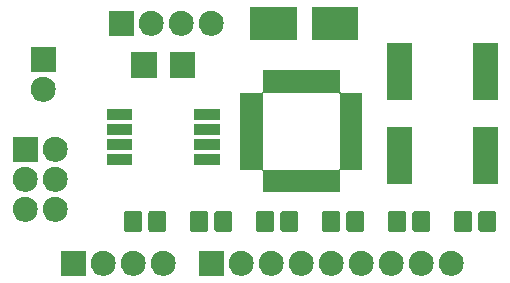
<source format=gts>
G04 #@! TF.GenerationSoftware,KiCad,Pcbnew,5.0.2-bee76a0~70~ubuntu18.04.1*
G04 #@! TF.CreationDate,2019-02-19T10:33:26+11:00*
G04 #@! TF.ProjectId,BACEE,42414345-452e-46b6-9963-61645f706362,2*
G04 #@! TF.SameCoordinates,Original*
G04 #@! TF.FileFunction,Soldermask,Top*
G04 #@! TF.FilePolarity,Negative*
%FSLAX46Y46*%
G04 Gerber Fmt 4.6, Leading zero omitted, Abs format (unit mm)*
G04 Created by KiCad (PCBNEW 5.0.2-bee76a0~70~ubuntu18.04.1) date Tue 19 Feb 2019 10:33:26 AM AEDT*
%MOMM*%
%LPD*%
G01*
G04 APERTURE LIST*
%ADD10C,0.100000*%
G04 APERTURE END LIST*
D10*
G36*
X108840707Y-112241596D02*
X108917836Y-112249193D01*
X109049787Y-112289220D01*
X109115763Y-112309233D01*
X109298172Y-112406733D01*
X109458054Y-112537946D01*
X109589267Y-112697828D01*
X109686767Y-112880237D01*
X109686767Y-112880238D01*
X109746807Y-113078164D01*
X109767080Y-113284000D01*
X109746807Y-113489836D01*
X109706780Y-113621787D01*
X109686767Y-113687763D01*
X109589267Y-113870172D01*
X109458054Y-114030054D01*
X109298172Y-114161267D01*
X109115763Y-114258767D01*
X109049787Y-114278780D01*
X108917836Y-114318807D01*
X108840707Y-114326403D01*
X108763580Y-114334000D01*
X108660420Y-114334000D01*
X108583293Y-114326403D01*
X108506164Y-114318807D01*
X108374213Y-114278780D01*
X108308237Y-114258767D01*
X108125828Y-114161267D01*
X107965946Y-114030054D01*
X107834733Y-113870172D01*
X107737233Y-113687763D01*
X107717220Y-113621787D01*
X107677193Y-113489836D01*
X107656920Y-113284000D01*
X107677193Y-113078164D01*
X107737233Y-112880238D01*
X107737233Y-112880237D01*
X107834733Y-112697828D01*
X107965946Y-112537946D01*
X108125828Y-112406733D01*
X108308237Y-112309233D01*
X108374213Y-112289220D01*
X108506164Y-112249193D01*
X108583293Y-112241596D01*
X108660420Y-112234000D01*
X108763580Y-112234000D01*
X108840707Y-112241596D01*
X108840707Y-112241596D01*
G37*
G36*
X130684707Y-112241596D02*
X130761836Y-112249193D01*
X130893787Y-112289220D01*
X130959763Y-112309233D01*
X131142172Y-112406733D01*
X131302054Y-112537946D01*
X131433267Y-112697828D01*
X131530767Y-112880237D01*
X131530767Y-112880238D01*
X131590807Y-113078164D01*
X131611080Y-113284000D01*
X131590807Y-113489836D01*
X131550780Y-113621787D01*
X131530767Y-113687763D01*
X131433267Y-113870172D01*
X131302054Y-114030054D01*
X131142172Y-114161267D01*
X130959763Y-114258767D01*
X130893787Y-114278780D01*
X130761836Y-114318807D01*
X130684707Y-114326403D01*
X130607580Y-114334000D01*
X130504420Y-114334000D01*
X130427293Y-114326403D01*
X130350164Y-114318807D01*
X130218213Y-114278780D01*
X130152237Y-114258767D01*
X129969828Y-114161267D01*
X129809946Y-114030054D01*
X129678733Y-113870172D01*
X129581233Y-113687763D01*
X129561220Y-113621787D01*
X129521193Y-113489836D01*
X129500920Y-113284000D01*
X129521193Y-113078164D01*
X129581233Y-112880238D01*
X129581233Y-112880237D01*
X129678733Y-112697828D01*
X129809946Y-112537946D01*
X129969828Y-112406733D01*
X130152237Y-112309233D01*
X130218213Y-112289220D01*
X130350164Y-112249193D01*
X130427293Y-112241596D01*
X130504420Y-112234000D01*
X130607580Y-112234000D01*
X130684707Y-112241596D01*
X130684707Y-112241596D01*
G37*
G36*
X133224707Y-112241596D02*
X133301836Y-112249193D01*
X133433787Y-112289220D01*
X133499763Y-112309233D01*
X133682172Y-112406733D01*
X133842054Y-112537946D01*
X133973267Y-112697828D01*
X134070767Y-112880237D01*
X134070767Y-112880238D01*
X134130807Y-113078164D01*
X134151080Y-113284000D01*
X134130807Y-113489836D01*
X134090780Y-113621787D01*
X134070767Y-113687763D01*
X133973267Y-113870172D01*
X133842054Y-114030054D01*
X133682172Y-114161267D01*
X133499763Y-114258767D01*
X133433787Y-114278780D01*
X133301836Y-114318807D01*
X133224707Y-114326403D01*
X133147580Y-114334000D01*
X133044420Y-114334000D01*
X132967293Y-114326403D01*
X132890164Y-114318807D01*
X132758213Y-114278780D01*
X132692237Y-114258767D01*
X132509828Y-114161267D01*
X132349946Y-114030054D01*
X132218733Y-113870172D01*
X132121233Y-113687763D01*
X132101220Y-113621787D01*
X132061193Y-113489836D01*
X132040920Y-113284000D01*
X132061193Y-113078164D01*
X132121233Y-112880238D01*
X132121233Y-112880237D01*
X132218733Y-112697828D01*
X132349946Y-112537946D01*
X132509828Y-112406733D01*
X132692237Y-112309233D01*
X132758213Y-112289220D01*
X132890164Y-112249193D01*
X132967293Y-112241596D01*
X133044420Y-112234000D01*
X133147580Y-112234000D01*
X133224707Y-112241596D01*
X133224707Y-112241596D01*
G37*
G36*
X128144707Y-112241596D02*
X128221836Y-112249193D01*
X128353787Y-112289220D01*
X128419763Y-112309233D01*
X128602172Y-112406733D01*
X128762054Y-112537946D01*
X128893267Y-112697828D01*
X128990767Y-112880237D01*
X128990767Y-112880238D01*
X129050807Y-113078164D01*
X129071080Y-113284000D01*
X129050807Y-113489836D01*
X129010780Y-113621787D01*
X128990767Y-113687763D01*
X128893267Y-113870172D01*
X128762054Y-114030054D01*
X128602172Y-114161267D01*
X128419763Y-114258767D01*
X128353787Y-114278780D01*
X128221836Y-114318807D01*
X128144707Y-114326403D01*
X128067580Y-114334000D01*
X127964420Y-114334000D01*
X127887293Y-114326403D01*
X127810164Y-114318807D01*
X127678213Y-114278780D01*
X127612237Y-114258767D01*
X127429828Y-114161267D01*
X127269946Y-114030054D01*
X127138733Y-113870172D01*
X127041233Y-113687763D01*
X127021220Y-113621787D01*
X126981193Y-113489836D01*
X126960920Y-113284000D01*
X126981193Y-113078164D01*
X127041233Y-112880238D01*
X127041233Y-112880237D01*
X127138733Y-112697828D01*
X127269946Y-112537946D01*
X127429828Y-112406733D01*
X127612237Y-112309233D01*
X127678213Y-112289220D01*
X127810164Y-112249193D01*
X127887293Y-112241596D01*
X127964420Y-112234000D01*
X128067580Y-112234000D01*
X128144707Y-112241596D01*
X128144707Y-112241596D01*
G37*
G36*
X125604707Y-112241596D02*
X125681836Y-112249193D01*
X125813787Y-112289220D01*
X125879763Y-112309233D01*
X126062172Y-112406733D01*
X126222054Y-112537946D01*
X126353267Y-112697828D01*
X126450767Y-112880237D01*
X126450767Y-112880238D01*
X126510807Y-113078164D01*
X126531080Y-113284000D01*
X126510807Y-113489836D01*
X126470780Y-113621787D01*
X126450767Y-113687763D01*
X126353267Y-113870172D01*
X126222054Y-114030054D01*
X126062172Y-114161267D01*
X125879763Y-114258767D01*
X125813787Y-114278780D01*
X125681836Y-114318807D01*
X125604707Y-114326403D01*
X125527580Y-114334000D01*
X125424420Y-114334000D01*
X125347293Y-114326403D01*
X125270164Y-114318807D01*
X125138213Y-114278780D01*
X125072237Y-114258767D01*
X124889828Y-114161267D01*
X124729946Y-114030054D01*
X124598733Y-113870172D01*
X124501233Y-113687763D01*
X124481220Y-113621787D01*
X124441193Y-113489836D01*
X124420920Y-113284000D01*
X124441193Y-113078164D01*
X124501233Y-112880238D01*
X124501233Y-112880237D01*
X124598733Y-112697828D01*
X124729946Y-112537946D01*
X124889828Y-112406733D01*
X125072237Y-112309233D01*
X125138213Y-112289220D01*
X125270164Y-112249193D01*
X125347293Y-112241596D01*
X125424420Y-112234000D01*
X125527580Y-112234000D01*
X125604707Y-112241596D01*
X125604707Y-112241596D01*
G37*
G36*
X123064707Y-112241596D02*
X123141836Y-112249193D01*
X123273787Y-112289220D01*
X123339763Y-112309233D01*
X123522172Y-112406733D01*
X123682054Y-112537946D01*
X123813267Y-112697828D01*
X123910767Y-112880237D01*
X123910767Y-112880238D01*
X123970807Y-113078164D01*
X123991080Y-113284000D01*
X123970807Y-113489836D01*
X123930780Y-113621787D01*
X123910767Y-113687763D01*
X123813267Y-113870172D01*
X123682054Y-114030054D01*
X123522172Y-114161267D01*
X123339763Y-114258767D01*
X123273787Y-114278780D01*
X123141836Y-114318807D01*
X123064707Y-114326403D01*
X122987580Y-114334000D01*
X122884420Y-114334000D01*
X122807293Y-114326403D01*
X122730164Y-114318807D01*
X122598213Y-114278780D01*
X122532237Y-114258767D01*
X122349828Y-114161267D01*
X122189946Y-114030054D01*
X122058733Y-113870172D01*
X121961233Y-113687763D01*
X121941220Y-113621787D01*
X121901193Y-113489836D01*
X121880920Y-113284000D01*
X121901193Y-113078164D01*
X121961233Y-112880238D01*
X121961233Y-112880237D01*
X122058733Y-112697828D01*
X122189946Y-112537946D01*
X122349828Y-112406733D01*
X122532237Y-112309233D01*
X122598213Y-112289220D01*
X122730164Y-112249193D01*
X122807293Y-112241596D01*
X122884420Y-112234000D01*
X122987580Y-112234000D01*
X123064707Y-112241596D01*
X123064707Y-112241596D01*
G37*
G36*
X120524707Y-112241596D02*
X120601836Y-112249193D01*
X120733787Y-112289220D01*
X120799763Y-112309233D01*
X120982172Y-112406733D01*
X121142054Y-112537946D01*
X121273267Y-112697828D01*
X121370767Y-112880237D01*
X121370767Y-112880238D01*
X121430807Y-113078164D01*
X121451080Y-113284000D01*
X121430807Y-113489836D01*
X121390780Y-113621787D01*
X121370767Y-113687763D01*
X121273267Y-113870172D01*
X121142054Y-114030054D01*
X120982172Y-114161267D01*
X120799763Y-114258767D01*
X120733787Y-114278780D01*
X120601836Y-114318807D01*
X120524707Y-114326403D01*
X120447580Y-114334000D01*
X120344420Y-114334000D01*
X120267293Y-114326403D01*
X120190164Y-114318807D01*
X120058213Y-114278780D01*
X119992237Y-114258767D01*
X119809828Y-114161267D01*
X119649946Y-114030054D01*
X119518733Y-113870172D01*
X119421233Y-113687763D01*
X119401220Y-113621787D01*
X119361193Y-113489836D01*
X119340920Y-113284000D01*
X119361193Y-113078164D01*
X119421233Y-112880238D01*
X119421233Y-112880237D01*
X119518733Y-112697828D01*
X119649946Y-112537946D01*
X119809828Y-112406733D01*
X119992237Y-112309233D01*
X120058213Y-112289220D01*
X120190164Y-112249193D01*
X120267293Y-112241596D01*
X120344420Y-112234000D01*
X120447580Y-112234000D01*
X120524707Y-112241596D01*
X120524707Y-112241596D01*
G37*
G36*
X115444707Y-112241596D02*
X115521836Y-112249193D01*
X115653787Y-112289220D01*
X115719763Y-112309233D01*
X115902172Y-112406733D01*
X116062054Y-112537946D01*
X116193267Y-112697828D01*
X116290767Y-112880237D01*
X116290767Y-112880238D01*
X116350807Y-113078164D01*
X116371080Y-113284000D01*
X116350807Y-113489836D01*
X116310780Y-113621787D01*
X116290767Y-113687763D01*
X116193267Y-113870172D01*
X116062054Y-114030054D01*
X115902172Y-114161267D01*
X115719763Y-114258767D01*
X115653787Y-114278780D01*
X115521836Y-114318807D01*
X115444707Y-114326403D01*
X115367580Y-114334000D01*
X115264420Y-114334000D01*
X115187293Y-114326403D01*
X115110164Y-114318807D01*
X114978213Y-114278780D01*
X114912237Y-114258767D01*
X114729828Y-114161267D01*
X114569946Y-114030054D01*
X114438733Y-113870172D01*
X114341233Y-113687763D01*
X114321220Y-113621787D01*
X114281193Y-113489836D01*
X114260920Y-113284000D01*
X114281193Y-113078164D01*
X114341233Y-112880238D01*
X114341233Y-112880237D01*
X114438733Y-112697828D01*
X114569946Y-112537946D01*
X114729828Y-112406733D01*
X114912237Y-112309233D01*
X114978213Y-112289220D01*
X115110164Y-112249193D01*
X115187293Y-112241596D01*
X115264420Y-112234000D01*
X115367580Y-112234000D01*
X115444707Y-112241596D01*
X115444707Y-112241596D01*
G37*
G36*
X113826000Y-114334000D02*
X111726000Y-114334000D01*
X111726000Y-112234000D01*
X113826000Y-112234000D01*
X113826000Y-114334000D01*
X113826000Y-114334000D01*
G37*
G36*
X102142000Y-114334000D02*
X100042000Y-114334000D01*
X100042000Y-112234000D01*
X102142000Y-112234000D01*
X102142000Y-114334000D01*
X102142000Y-114334000D01*
G37*
G36*
X103760707Y-112241596D02*
X103837836Y-112249193D01*
X103969787Y-112289220D01*
X104035763Y-112309233D01*
X104218172Y-112406733D01*
X104378054Y-112537946D01*
X104509267Y-112697828D01*
X104606767Y-112880237D01*
X104606767Y-112880238D01*
X104666807Y-113078164D01*
X104687080Y-113284000D01*
X104666807Y-113489836D01*
X104626780Y-113621787D01*
X104606767Y-113687763D01*
X104509267Y-113870172D01*
X104378054Y-114030054D01*
X104218172Y-114161267D01*
X104035763Y-114258767D01*
X103969787Y-114278780D01*
X103837836Y-114318807D01*
X103760707Y-114326403D01*
X103683580Y-114334000D01*
X103580420Y-114334000D01*
X103503293Y-114326403D01*
X103426164Y-114318807D01*
X103294213Y-114278780D01*
X103228237Y-114258767D01*
X103045828Y-114161267D01*
X102885946Y-114030054D01*
X102754733Y-113870172D01*
X102657233Y-113687763D01*
X102637220Y-113621787D01*
X102597193Y-113489836D01*
X102576920Y-113284000D01*
X102597193Y-113078164D01*
X102657233Y-112880238D01*
X102657233Y-112880237D01*
X102754733Y-112697828D01*
X102885946Y-112537946D01*
X103045828Y-112406733D01*
X103228237Y-112309233D01*
X103294213Y-112289220D01*
X103426164Y-112249193D01*
X103503293Y-112241596D01*
X103580420Y-112234000D01*
X103683580Y-112234000D01*
X103760707Y-112241596D01*
X103760707Y-112241596D01*
G37*
G36*
X106300707Y-112241596D02*
X106377836Y-112249193D01*
X106509787Y-112289220D01*
X106575763Y-112309233D01*
X106758172Y-112406733D01*
X106918054Y-112537946D01*
X107049267Y-112697828D01*
X107146767Y-112880237D01*
X107146767Y-112880238D01*
X107206807Y-113078164D01*
X107227080Y-113284000D01*
X107206807Y-113489836D01*
X107166780Y-113621787D01*
X107146767Y-113687763D01*
X107049267Y-113870172D01*
X106918054Y-114030054D01*
X106758172Y-114161267D01*
X106575763Y-114258767D01*
X106509787Y-114278780D01*
X106377836Y-114318807D01*
X106300707Y-114326403D01*
X106223580Y-114334000D01*
X106120420Y-114334000D01*
X106043293Y-114326403D01*
X105966164Y-114318807D01*
X105834213Y-114278780D01*
X105768237Y-114258767D01*
X105585828Y-114161267D01*
X105425946Y-114030054D01*
X105294733Y-113870172D01*
X105197233Y-113687763D01*
X105177220Y-113621787D01*
X105137193Y-113489836D01*
X105116920Y-113284000D01*
X105137193Y-113078164D01*
X105197233Y-112880238D01*
X105197233Y-112880237D01*
X105294733Y-112697828D01*
X105425946Y-112537946D01*
X105585828Y-112406733D01*
X105768237Y-112309233D01*
X105834213Y-112289220D01*
X105966164Y-112249193D01*
X106043293Y-112241596D01*
X106120420Y-112234000D01*
X106223580Y-112234000D01*
X106300707Y-112241596D01*
X106300707Y-112241596D01*
G37*
G36*
X117984707Y-112241596D02*
X118061836Y-112249193D01*
X118193787Y-112289220D01*
X118259763Y-112309233D01*
X118442172Y-112406733D01*
X118602054Y-112537946D01*
X118733267Y-112697828D01*
X118830767Y-112880237D01*
X118830767Y-112880238D01*
X118890807Y-113078164D01*
X118911080Y-113284000D01*
X118890807Y-113489836D01*
X118850780Y-113621787D01*
X118830767Y-113687763D01*
X118733267Y-113870172D01*
X118602054Y-114030054D01*
X118442172Y-114161267D01*
X118259763Y-114258767D01*
X118193787Y-114278780D01*
X118061836Y-114318807D01*
X117984707Y-114326403D01*
X117907580Y-114334000D01*
X117804420Y-114334000D01*
X117727293Y-114326403D01*
X117650164Y-114318807D01*
X117518213Y-114278780D01*
X117452237Y-114258767D01*
X117269828Y-114161267D01*
X117109946Y-114030054D01*
X116978733Y-113870172D01*
X116881233Y-113687763D01*
X116861220Y-113621787D01*
X116821193Y-113489836D01*
X116800920Y-113284000D01*
X116821193Y-113078164D01*
X116881233Y-112880238D01*
X116881233Y-112880237D01*
X116978733Y-112697828D01*
X117109946Y-112537946D01*
X117269828Y-112406733D01*
X117452237Y-112309233D01*
X117518213Y-112289220D01*
X117650164Y-112249193D01*
X117727293Y-112241596D01*
X117804420Y-112234000D01*
X117907580Y-112234000D01*
X117984707Y-112241596D01*
X117984707Y-112241596D01*
G37*
G36*
X125537530Y-108833710D02*
X125587379Y-108848831D01*
X125633311Y-108873382D01*
X125673574Y-108906426D01*
X125706618Y-108946689D01*
X125731169Y-108992621D01*
X125746290Y-109042470D01*
X125752000Y-109100444D01*
X125752000Y-110355556D01*
X125746290Y-110413530D01*
X125731169Y-110463379D01*
X125706618Y-110509311D01*
X125673574Y-110549574D01*
X125633311Y-110582618D01*
X125587379Y-110607169D01*
X125537530Y-110622290D01*
X125479556Y-110628000D01*
X124474444Y-110628000D01*
X124416470Y-110622290D01*
X124366621Y-110607169D01*
X124320689Y-110582618D01*
X124280426Y-110549574D01*
X124247382Y-110509311D01*
X124222831Y-110463379D01*
X124207710Y-110413530D01*
X124202000Y-110355556D01*
X124202000Y-109100444D01*
X124207710Y-109042470D01*
X124222831Y-108992621D01*
X124247382Y-108946689D01*
X124280426Y-108906426D01*
X124320689Y-108873382D01*
X124366621Y-108848831D01*
X124416470Y-108833710D01*
X124474444Y-108828000D01*
X125479556Y-108828000D01*
X125537530Y-108833710D01*
X125537530Y-108833710D01*
G37*
G36*
X119949530Y-108833710D02*
X119999379Y-108848831D01*
X120045311Y-108873382D01*
X120085574Y-108906426D01*
X120118618Y-108946689D01*
X120143169Y-108992621D01*
X120158290Y-109042470D01*
X120164000Y-109100444D01*
X120164000Y-110355556D01*
X120158290Y-110413530D01*
X120143169Y-110463379D01*
X120118618Y-110509311D01*
X120085574Y-110549574D01*
X120045311Y-110582618D01*
X119999379Y-110607169D01*
X119949530Y-110622290D01*
X119891556Y-110628000D01*
X118886444Y-110628000D01*
X118828470Y-110622290D01*
X118778621Y-110607169D01*
X118732689Y-110582618D01*
X118692426Y-110549574D01*
X118659382Y-110509311D01*
X118634831Y-110463379D01*
X118619710Y-110413530D01*
X118614000Y-110355556D01*
X118614000Y-109100444D01*
X118619710Y-109042470D01*
X118634831Y-108992621D01*
X118659382Y-108946689D01*
X118692426Y-108906426D01*
X118732689Y-108873382D01*
X118778621Y-108848831D01*
X118828470Y-108833710D01*
X118886444Y-108828000D01*
X119891556Y-108828000D01*
X119949530Y-108833710D01*
X119949530Y-108833710D01*
G37*
G36*
X117899530Y-108833710D02*
X117949379Y-108848831D01*
X117995311Y-108873382D01*
X118035574Y-108906426D01*
X118068618Y-108946689D01*
X118093169Y-108992621D01*
X118108290Y-109042470D01*
X118114000Y-109100444D01*
X118114000Y-110355556D01*
X118108290Y-110413530D01*
X118093169Y-110463379D01*
X118068618Y-110509311D01*
X118035574Y-110549574D01*
X117995311Y-110582618D01*
X117949379Y-110607169D01*
X117899530Y-110622290D01*
X117841556Y-110628000D01*
X116836444Y-110628000D01*
X116778470Y-110622290D01*
X116728621Y-110607169D01*
X116682689Y-110582618D01*
X116642426Y-110549574D01*
X116609382Y-110509311D01*
X116584831Y-110463379D01*
X116569710Y-110413530D01*
X116564000Y-110355556D01*
X116564000Y-109100444D01*
X116569710Y-109042470D01*
X116584831Y-108992621D01*
X116609382Y-108946689D01*
X116642426Y-108906426D01*
X116682689Y-108873382D01*
X116728621Y-108848831D01*
X116778470Y-108833710D01*
X116836444Y-108828000D01*
X117841556Y-108828000D01*
X117899530Y-108833710D01*
X117899530Y-108833710D01*
G37*
G36*
X112311530Y-108833710D02*
X112361379Y-108848831D01*
X112407311Y-108873382D01*
X112447574Y-108906426D01*
X112480618Y-108946689D01*
X112505169Y-108992621D01*
X112520290Y-109042470D01*
X112526000Y-109100444D01*
X112526000Y-110355556D01*
X112520290Y-110413530D01*
X112505169Y-110463379D01*
X112480618Y-110509311D01*
X112447574Y-110549574D01*
X112407311Y-110582618D01*
X112361379Y-110607169D01*
X112311530Y-110622290D01*
X112253556Y-110628000D01*
X111248444Y-110628000D01*
X111190470Y-110622290D01*
X111140621Y-110607169D01*
X111094689Y-110582618D01*
X111054426Y-110549574D01*
X111021382Y-110509311D01*
X110996831Y-110463379D01*
X110981710Y-110413530D01*
X110976000Y-110355556D01*
X110976000Y-109100444D01*
X110981710Y-109042470D01*
X110996831Y-108992621D01*
X111021382Y-108946689D01*
X111054426Y-108906426D01*
X111094689Y-108873382D01*
X111140621Y-108848831D01*
X111190470Y-108833710D01*
X111248444Y-108828000D01*
X112253556Y-108828000D01*
X112311530Y-108833710D01*
X112311530Y-108833710D01*
G37*
G36*
X114361530Y-108833710D02*
X114411379Y-108848831D01*
X114457311Y-108873382D01*
X114497574Y-108906426D01*
X114530618Y-108946689D01*
X114555169Y-108992621D01*
X114570290Y-109042470D01*
X114576000Y-109100444D01*
X114576000Y-110355556D01*
X114570290Y-110413530D01*
X114555169Y-110463379D01*
X114530618Y-110509311D01*
X114497574Y-110549574D01*
X114457311Y-110582618D01*
X114411379Y-110607169D01*
X114361530Y-110622290D01*
X114303556Y-110628000D01*
X113298444Y-110628000D01*
X113240470Y-110622290D01*
X113190621Y-110607169D01*
X113144689Y-110582618D01*
X113104426Y-110549574D01*
X113071382Y-110509311D01*
X113046831Y-110463379D01*
X113031710Y-110413530D01*
X113026000Y-110355556D01*
X113026000Y-109100444D01*
X113031710Y-109042470D01*
X113046831Y-108992621D01*
X113071382Y-108946689D01*
X113104426Y-108906426D01*
X113144689Y-108873382D01*
X113190621Y-108848831D01*
X113240470Y-108833710D01*
X113298444Y-108828000D01*
X114303556Y-108828000D01*
X114361530Y-108833710D01*
X114361530Y-108833710D01*
G37*
G36*
X108764530Y-108833710D02*
X108814379Y-108848831D01*
X108860311Y-108873382D01*
X108900574Y-108906426D01*
X108933618Y-108946689D01*
X108958169Y-108992621D01*
X108973290Y-109042470D01*
X108979000Y-109100444D01*
X108979000Y-110355556D01*
X108973290Y-110413530D01*
X108958169Y-110463379D01*
X108933618Y-110509311D01*
X108900574Y-110549574D01*
X108860311Y-110582618D01*
X108814379Y-110607169D01*
X108764530Y-110622290D01*
X108706556Y-110628000D01*
X107701444Y-110628000D01*
X107643470Y-110622290D01*
X107593621Y-110607169D01*
X107547689Y-110582618D01*
X107507426Y-110549574D01*
X107474382Y-110509311D01*
X107449831Y-110463379D01*
X107434710Y-110413530D01*
X107429000Y-110355556D01*
X107429000Y-109100444D01*
X107434710Y-109042470D01*
X107449831Y-108992621D01*
X107474382Y-108946689D01*
X107507426Y-108906426D01*
X107547689Y-108873382D01*
X107593621Y-108848831D01*
X107643470Y-108833710D01*
X107701444Y-108828000D01*
X108706556Y-108828000D01*
X108764530Y-108833710D01*
X108764530Y-108833710D01*
G37*
G36*
X136713530Y-108833710D02*
X136763379Y-108848831D01*
X136809311Y-108873382D01*
X136849574Y-108906426D01*
X136882618Y-108946689D01*
X136907169Y-108992621D01*
X136922290Y-109042470D01*
X136928000Y-109100444D01*
X136928000Y-110355556D01*
X136922290Y-110413530D01*
X136907169Y-110463379D01*
X136882618Y-110509311D01*
X136849574Y-110549574D01*
X136809311Y-110582618D01*
X136763379Y-110607169D01*
X136713530Y-110622290D01*
X136655556Y-110628000D01*
X135650444Y-110628000D01*
X135592470Y-110622290D01*
X135542621Y-110607169D01*
X135496689Y-110582618D01*
X135456426Y-110549574D01*
X135423382Y-110509311D01*
X135398831Y-110463379D01*
X135383710Y-110413530D01*
X135378000Y-110355556D01*
X135378000Y-109100444D01*
X135383710Y-109042470D01*
X135398831Y-108992621D01*
X135423382Y-108946689D01*
X135456426Y-108906426D01*
X135496689Y-108873382D01*
X135542621Y-108848831D01*
X135592470Y-108833710D01*
X135650444Y-108828000D01*
X136655556Y-108828000D01*
X136713530Y-108833710D01*
X136713530Y-108833710D01*
G37*
G36*
X106714530Y-108833710D02*
X106764379Y-108848831D01*
X106810311Y-108873382D01*
X106850574Y-108906426D01*
X106883618Y-108946689D01*
X106908169Y-108992621D01*
X106923290Y-109042470D01*
X106929000Y-109100444D01*
X106929000Y-110355556D01*
X106923290Y-110413530D01*
X106908169Y-110463379D01*
X106883618Y-110509311D01*
X106850574Y-110549574D01*
X106810311Y-110582618D01*
X106764379Y-110607169D01*
X106714530Y-110622290D01*
X106656556Y-110628000D01*
X105651444Y-110628000D01*
X105593470Y-110622290D01*
X105543621Y-110607169D01*
X105497689Y-110582618D01*
X105457426Y-110549574D01*
X105424382Y-110509311D01*
X105399831Y-110463379D01*
X105384710Y-110413530D01*
X105379000Y-110355556D01*
X105379000Y-109100444D01*
X105384710Y-109042470D01*
X105399831Y-108992621D01*
X105424382Y-108946689D01*
X105457426Y-108906426D01*
X105497689Y-108873382D01*
X105543621Y-108848831D01*
X105593470Y-108833710D01*
X105651444Y-108828000D01*
X106656556Y-108828000D01*
X106714530Y-108833710D01*
X106714530Y-108833710D01*
G37*
G36*
X131125530Y-108833710D02*
X131175379Y-108848831D01*
X131221311Y-108873382D01*
X131261574Y-108906426D01*
X131294618Y-108946689D01*
X131319169Y-108992621D01*
X131334290Y-109042470D01*
X131340000Y-109100444D01*
X131340000Y-110355556D01*
X131334290Y-110413530D01*
X131319169Y-110463379D01*
X131294618Y-110509311D01*
X131261574Y-110549574D01*
X131221311Y-110582618D01*
X131175379Y-110607169D01*
X131125530Y-110622290D01*
X131067556Y-110628000D01*
X130062444Y-110628000D01*
X130004470Y-110622290D01*
X129954621Y-110607169D01*
X129908689Y-110582618D01*
X129868426Y-110549574D01*
X129835382Y-110509311D01*
X129810831Y-110463379D01*
X129795710Y-110413530D01*
X129790000Y-110355556D01*
X129790000Y-109100444D01*
X129795710Y-109042470D01*
X129810831Y-108992621D01*
X129835382Y-108946689D01*
X129868426Y-108906426D01*
X129908689Y-108873382D01*
X129954621Y-108848831D01*
X130004470Y-108833710D01*
X130062444Y-108828000D01*
X131067556Y-108828000D01*
X131125530Y-108833710D01*
X131125530Y-108833710D01*
G37*
G36*
X129075530Y-108833710D02*
X129125379Y-108848831D01*
X129171311Y-108873382D01*
X129211574Y-108906426D01*
X129244618Y-108946689D01*
X129269169Y-108992621D01*
X129284290Y-109042470D01*
X129290000Y-109100444D01*
X129290000Y-110355556D01*
X129284290Y-110413530D01*
X129269169Y-110463379D01*
X129244618Y-110509311D01*
X129211574Y-110549574D01*
X129171311Y-110582618D01*
X129125379Y-110607169D01*
X129075530Y-110622290D01*
X129017556Y-110628000D01*
X128012444Y-110628000D01*
X127954470Y-110622290D01*
X127904621Y-110607169D01*
X127858689Y-110582618D01*
X127818426Y-110549574D01*
X127785382Y-110509311D01*
X127760831Y-110463379D01*
X127745710Y-110413530D01*
X127740000Y-110355556D01*
X127740000Y-109100444D01*
X127745710Y-109042470D01*
X127760831Y-108992621D01*
X127785382Y-108946689D01*
X127818426Y-108906426D01*
X127858689Y-108873382D01*
X127904621Y-108848831D01*
X127954470Y-108833710D01*
X128012444Y-108828000D01*
X129017556Y-108828000D01*
X129075530Y-108833710D01*
X129075530Y-108833710D01*
G37*
G36*
X123487530Y-108833710D02*
X123537379Y-108848831D01*
X123583311Y-108873382D01*
X123623574Y-108906426D01*
X123656618Y-108946689D01*
X123681169Y-108992621D01*
X123696290Y-109042470D01*
X123702000Y-109100444D01*
X123702000Y-110355556D01*
X123696290Y-110413530D01*
X123681169Y-110463379D01*
X123656618Y-110509311D01*
X123623574Y-110549574D01*
X123583311Y-110582618D01*
X123537379Y-110607169D01*
X123487530Y-110622290D01*
X123429556Y-110628000D01*
X122424444Y-110628000D01*
X122366470Y-110622290D01*
X122316621Y-110607169D01*
X122270689Y-110582618D01*
X122230426Y-110549574D01*
X122197382Y-110509311D01*
X122172831Y-110463379D01*
X122157710Y-110413530D01*
X122152000Y-110355556D01*
X122152000Y-109100444D01*
X122157710Y-109042470D01*
X122172831Y-108992621D01*
X122197382Y-108946689D01*
X122230426Y-108906426D01*
X122270689Y-108873382D01*
X122316621Y-108848831D01*
X122366470Y-108833710D01*
X122424444Y-108828000D01*
X123429556Y-108828000D01*
X123487530Y-108833710D01*
X123487530Y-108833710D01*
G37*
G36*
X134663530Y-108833710D02*
X134713379Y-108848831D01*
X134759311Y-108873382D01*
X134799574Y-108906426D01*
X134832618Y-108946689D01*
X134857169Y-108992621D01*
X134872290Y-109042470D01*
X134878000Y-109100444D01*
X134878000Y-110355556D01*
X134872290Y-110413530D01*
X134857169Y-110463379D01*
X134832618Y-110509311D01*
X134799574Y-110549574D01*
X134759311Y-110582618D01*
X134713379Y-110607169D01*
X134663530Y-110622290D01*
X134605556Y-110628000D01*
X133600444Y-110628000D01*
X133542470Y-110622290D01*
X133492621Y-110607169D01*
X133446689Y-110582618D01*
X133406426Y-110549574D01*
X133373382Y-110509311D01*
X133348831Y-110463379D01*
X133333710Y-110413530D01*
X133328000Y-110355556D01*
X133328000Y-109100444D01*
X133333710Y-109042470D01*
X133348831Y-108992621D01*
X133373382Y-108946689D01*
X133406426Y-108906426D01*
X133446689Y-108873382D01*
X133492621Y-108848831D01*
X133542470Y-108833710D01*
X133600444Y-108828000D01*
X134605556Y-108828000D01*
X134663530Y-108833710D01*
X134663530Y-108833710D01*
G37*
G36*
X99696707Y-107669596D02*
X99773836Y-107677193D01*
X99905787Y-107717220D01*
X99971763Y-107737233D01*
X100154172Y-107834733D01*
X100314054Y-107965946D01*
X100445267Y-108125828D01*
X100542767Y-108308237D01*
X100542767Y-108308238D01*
X100602807Y-108506164D01*
X100623080Y-108712000D01*
X100602807Y-108917836D01*
X100584631Y-108977753D01*
X100542767Y-109115763D01*
X100445267Y-109298172D01*
X100314054Y-109458054D01*
X100154172Y-109589267D01*
X99971763Y-109686767D01*
X99905787Y-109706780D01*
X99773836Y-109746807D01*
X99696707Y-109754403D01*
X99619580Y-109762000D01*
X99516420Y-109762000D01*
X99439293Y-109754403D01*
X99362164Y-109746807D01*
X99230213Y-109706780D01*
X99164237Y-109686767D01*
X98981828Y-109589267D01*
X98821946Y-109458054D01*
X98690733Y-109298172D01*
X98593233Y-109115763D01*
X98551369Y-108977753D01*
X98533193Y-108917836D01*
X98512920Y-108712000D01*
X98533193Y-108506164D01*
X98593233Y-108308238D01*
X98593233Y-108308237D01*
X98690733Y-108125828D01*
X98821946Y-107965946D01*
X98981828Y-107834733D01*
X99164237Y-107737233D01*
X99230213Y-107717220D01*
X99362164Y-107677193D01*
X99439293Y-107669596D01*
X99516420Y-107662000D01*
X99619580Y-107662000D01*
X99696707Y-107669596D01*
X99696707Y-107669596D01*
G37*
G36*
X97156707Y-107669596D02*
X97233836Y-107677193D01*
X97365787Y-107717220D01*
X97431763Y-107737233D01*
X97614172Y-107834733D01*
X97774054Y-107965946D01*
X97905267Y-108125828D01*
X98002767Y-108308237D01*
X98002767Y-108308238D01*
X98062807Y-108506164D01*
X98083080Y-108712000D01*
X98062807Y-108917836D01*
X98044631Y-108977753D01*
X98002767Y-109115763D01*
X97905267Y-109298172D01*
X97774054Y-109458054D01*
X97614172Y-109589267D01*
X97431763Y-109686767D01*
X97365787Y-109706780D01*
X97233836Y-109746807D01*
X97156707Y-109754403D01*
X97079580Y-109762000D01*
X96976420Y-109762000D01*
X96899293Y-109754403D01*
X96822164Y-109746807D01*
X96690213Y-109706780D01*
X96624237Y-109686767D01*
X96441828Y-109589267D01*
X96281946Y-109458054D01*
X96150733Y-109298172D01*
X96053233Y-109115763D01*
X96011369Y-108977753D01*
X95993193Y-108917836D01*
X95972920Y-108712000D01*
X95993193Y-108506164D01*
X96053233Y-108308238D01*
X96053233Y-108308237D01*
X96150733Y-108125828D01*
X96281946Y-107965946D01*
X96441828Y-107834733D01*
X96624237Y-107737233D01*
X96690213Y-107717220D01*
X96822164Y-107677193D01*
X96899293Y-107669596D01*
X96976420Y-107662000D01*
X97079580Y-107662000D01*
X97156707Y-107669596D01*
X97156707Y-107669596D01*
G37*
G36*
X123671000Y-98708000D02*
X123673402Y-98732386D01*
X123680515Y-98755835D01*
X123692066Y-98777446D01*
X123707612Y-98796388D01*
X123726554Y-98811934D01*
X123748165Y-98823485D01*
X123771614Y-98830598D01*
X123796000Y-98833000D01*
X125546000Y-98833000D01*
X125546000Y-105383000D01*
X123796000Y-105383000D01*
X123771614Y-105385402D01*
X123748165Y-105392515D01*
X123726554Y-105404066D01*
X123707612Y-105419612D01*
X123692066Y-105438554D01*
X123680515Y-105460165D01*
X123673402Y-105483614D01*
X123671000Y-105508000D01*
X123671000Y-107258000D01*
X117121000Y-107258000D01*
X117121000Y-105508000D01*
X117118598Y-105483614D01*
X117111485Y-105460165D01*
X117099934Y-105438554D01*
X117084388Y-105419612D01*
X117065446Y-105404066D01*
X117043835Y-105392515D01*
X117020386Y-105385402D01*
X116996000Y-105383000D01*
X115246000Y-105383000D01*
X115246000Y-98983000D01*
X117146000Y-98983000D01*
X117146000Y-105233000D01*
X117148402Y-105257386D01*
X117155515Y-105280835D01*
X117167066Y-105302446D01*
X117182612Y-105321388D01*
X117201554Y-105336934D01*
X117223165Y-105348485D01*
X117246614Y-105355598D01*
X117271000Y-105358000D01*
X123521000Y-105358000D01*
X123545386Y-105355598D01*
X123568835Y-105348485D01*
X123590446Y-105336934D01*
X123609388Y-105321388D01*
X123624934Y-105302446D01*
X123636485Y-105280835D01*
X123643598Y-105257386D01*
X123646000Y-105233000D01*
X123646000Y-98983000D01*
X123643598Y-98958614D01*
X123636485Y-98935165D01*
X123624934Y-98913554D01*
X123609388Y-98894612D01*
X123590446Y-98879066D01*
X123568835Y-98867515D01*
X123545386Y-98860402D01*
X123521000Y-98858000D01*
X117271000Y-98858000D01*
X117246614Y-98860402D01*
X117223165Y-98867515D01*
X117201554Y-98879066D01*
X117182612Y-98894612D01*
X117167066Y-98913554D01*
X117155515Y-98935165D01*
X117148402Y-98958614D01*
X117146000Y-98983000D01*
X115246000Y-98983000D01*
X115246000Y-98833000D01*
X116996000Y-98833000D01*
X117020386Y-98830598D01*
X117043835Y-98823485D01*
X117065446Y-98811934D01*
X117084388Y-98796388D01*
X117099934Y-98777446D01*
X117111485Y-98755835D01*
X117118598Y-98732386D01*
X117121000Y-98708000D01*
X117121000Y-96958000D01*
X123671000Y-96958000D01*
X123671000Y-98708000D01*
X123671000Y-98708000D01*
G37*
G36*
X99696707Y-105129596D02*
X99773836Y-105137193D01*
X99905787Y-105177220D01*
X99971763Y-105197233D01*
X100154172Y-105294733D01*
X100314054Y-105425946D01*
X100445267Y-105585828D01*
X100542767Y-105768237D01*
X100542767Y-105768238D01*
X100602807Y-105966164D01*
X100623080Y-106172000D01*
X100602807Y-106377836D01*
X100562780Y-106509787D01*
X100542767Y-106575763D01*
X100445267Y-106758172D01*
X100314054Y-106918054D01*
X100154172Y-107049267D01*
X99971763Y-107146767D01*
X99905787Y-107166780D01*
X99773836Y-107206807D01*
X99696707Y-107214404D01*
X99619580Y-107222000D01*
X99516420Y-107222000D01*
X99439293Y-107214404D01*
X99362164Y-107206807D01*
X99230213Y-107166780D01*
X99164237Y-107146767D01*
X98981828Y-107049267D01*
X98821946Y-106918054D01*
X98690733Y-106758172D01*
X98593233Y-106575763D01*
X98573220Y-106509787D01*
X98533193Y-106377836D01*
X98512920Y-106172000D01*
X98533193Y-105966164D01*
X98593233Y-105768238D01*
X98593233Y-105768237D01*
X98690733Y-105585828D01*
X98821946Y-105425946D01*
X98981828Y-105294733D01*
X99164237Y-105197233D01*
X99230213Y-105177220D01*
X99362164Y-105137193D01*
X99439293Y-105129597D01*
X99516420Y-105122000D01*
X99619580Y-105122000D01*
X99696707Y-105129596D01*
X99696707Y-105129596D01*
G37*
G36*
X97156707Y-105129596D02*
X97233836Y-105137193D01*
X97365787Y-105177220D01*
X97431763Y-105197233D01*
X97614172Y-105294733D01*
X97774054Y-105425946D01*
X97905267Y-105585828D01*
X98002767Y-105768237D01*
X98002767Y-105768238D01*
X98062807Y-105966164D01*
X98083080Y-106172000D01*
X98062807Y-106377836D01*
X98022780Y-106509787D01*
X98002767Y-106575763D01*
X97905267Y-106758172D01*
X97774054Y-106918054D01*
X97614172Y-107049267D01*
X97431763Y-107146767D01*
X97365787Y-107166780D01*
X97233836Y-107206807D01*
X97156707Y-107214404D01*
X97079580Y-107222000D01*
X96976420Y-107222000D01*
X96899293Y-107214404D01*
X96822164Y-107206807D01*
X96690213Y-107166780D01*
X96624237Y-107146767D01*
X96441828Y-107049267D01*
X96281946Y-106918054D01*
X96150733Y-106758172D01*
X96053233Y-106575763D01*
X96033220Y-106509787D01*
X95993193Y-106377836D01*
X95972920Y-106172000D01*
X95993193Y-105966164D01*
X96053233Y-105768238D01*
X96053233Y-105768237D01*
X96150733Y-105585828D01*
X96281946Y-105425946D01*
X96441828Y-105294733D01*
X96624237Y-105197233D01*
X96690213Y-105177220D01*
X96822164Y-105137193D01*
X96899293Y-105129597D01*
X96976420Y-105122000D01*
X97079580Y-105122000D01*
X97156707Y-105129596D01*
X97156707Y-105129596D01*
G37*
G36*
X137034000Y-106570000D02*
X134934000Y-106570000D01*
X134934000Y-101710000D01*
X137034000Y-101710000D01*
X137034000Y-106570000D01*
X137034000Y-106570000D01*
G37*
G36*
X129734000Y-106570000D02*
X127634000Y-106570000D01*
X127634000Y-101710000D01*
X129734000Y-101710000D01*
X129734000Y-106570000D01*
X129734000Y-106570000D01*
G37*
G36*
X113487000Y-104996000D02*
X111337000Y-104996000D01*
X111337000Y-104046000D01*
X113487000Y-104046000D01*
X113487000Y-104996000D01*
X113487000Y-104996000D01*
G37*
G36*
X106087000Y-104996000D02*
X103937000Y-104996000D01*
X103937000Y-104046000D01*
X106087000Y-104046000D01*
X106087000Y-104996000D01*
X106087000Y-104996000D01*
G37*
G36*
X98078000Y-104682000D02*
X95978000Y-104682000D01*
X95978000Y-102582000D01*
X98078000Y-102582000D01*
X98078000Y-104682000D01*
X98078000Y-104682000D01*
G37*
G36*
X99696707Y-102589596D02*
X99773836Y-102597193D01*
X99905787Y-102637220D01*
X99971763Y-102657233D01*
X100154172Y-102754733D01*
X100314054Y-102885946D01*
X100445267Y-103045828D01*
X100542767Y-103228237D01*
X100542767Y-103228238D01*
X100602807Y-103426164D01*
X100623080Y-103632000D01*
X100602807Y-103837836D01*
X100562780Y-103969787D01*
X100542767Y-104035763D01*
X100445267Y-104218172D01*
X100314054Y-104378054D01*
X100154172Y-104509267D01*
X99971763Y-104606767D01*
X99905787Y-104626780D01*
X99773836Y-104666807D01*
X99696707Y-104674404D01*
X99619580Y-104682000D01*
X99516420Y-104682000D01*
X99439293Y-104674404D01*
X99362164Y-104666807D01*
X99230213Y-104626780D01*
X99164237Y-104606767D01*
X98981828Y-104509267D01*
X98821946Y-104378054D01*
X98690733Y-104218172D01*
X98593233Y-104035763D01*
X98573220Y-103969787D01*
X98533193Y-103837836D01*
X98512920Y-103632000D01*
X98533193Y-103426164D01*
X98593233Y-103228238D01*
X98593233Y-103228237D01*
X98690733Y-103045828D01*
X98821946Y-102885946D01*
X98981828Y-102754733D01*
X99164237Y-102657233D01*
X99230213Y-102637220D01*
X99362164Y-102597193D01*
X99439293Y-102589596D01*
X99516420Y-102582000D01*
X99619580Y-102582000D01*
X99696707Y-102589596D01*
X99696707Y-102589596D01*
G37*
G36*
X113487000Y-103726000D02*
X111337000Y-103726000D01*
X111337000Y-102776000D01*
X113487000Y-102776000D01*
X113487000Y-103726000D01*
X113487000Y-103726000D01*
G37*
G36*
X106087000Y-103726000D02*
X103937000Y-103726000D01*
X103937000Y-102776000D01*
X106087000Y-102776000D01*
X106087000Y-103726000D01*
X106087000Y-103726000D01*
G37*
G36*
X113487000Y-102456000D02*
X111337000Y-102456000D01*
X111337000Y-101506000D01*
X113487000Y-101506000D01*
X113487000Y-102456000D01*
X113487000Y-102456000D01*
G37*
G36*
X106087000Y-102456000D02*
X103937000Y-102456000D01*
X103937000Y-101506000D01*
X106087000Y-101506000D01*
X106087000Y-102456000D01*
X106087000Y-102456000D01*
G37*
G36*
X106087000Y-101186000D02*
X103937000Y-101186000D01*
X103937000Y-100236000D01*
X106087000Y-100236000D01*
X106087000Y-101186000D01*
X106087000Y-101186000D01*
G37*
G36*
X113487000Y-101186000D02*
X111337000Y-101186000D01*
X111337000Y-100236000D01*
X113487000Y-100236000D01*
X113487000Y-101186000D01*
X113487000Y-101186000D01*
G37*
G36*
X98680707Y-97509596D02*
X98757836Y-97517193D01*
X98889787Y-97557220D01*
X98955763Y-97577233D01*
X99138172Y-97674733D01*
X99298054Y-97805946D01*
X99429267Y-97965828D01*
X99526767Y-98148237D01*
X99526767Y-98148238D01*
X99586807Y-98346164D01*
X99607080Y-98552000D01*
X99586807Y-98757836D01*
X99564735Y-98830598D01*
X99526767Y-98955763D01*
X99429267Y-99138172D01*
X99298054Y-99298054D01*
X99138172Y-99429267D01*
X98955763Y-99526767D01*
X98889787Y-99546780D01*
X98757836Y-99586807D01*
X98680707Y-99594403D01*
X98603580Y-99602000D01*
X98500420Y-99602000D01*
X98423293Y-99594403D01*
X98346164Y-99586807D01*
X98214213Y-99546780D01*
X98148237Y-99526767D01*
X97965828Y-99429267D01*
X97805946Y-99298054D01*
X97674733Y-99138172D01*
X97577233Y-98955763D01*
X97539265Y-98830598D01*
X97517193Y-98757836D01*
X97496920Y-98552000D01*
X97517193Y-98346164D01*
X97577233Y-98148238D01*
X97577233Y-98148237D01*
X97674733Y-97965828D01*
X97805946Y-97805946D01*
X97965828Y-97674733D01*
X98148237Y-97577233D01*
X98214213Y-97557220D01*
X98346164Y-97517193D01*
X98423293Y-97509596D01*
X98500420Y-97502000D01*
X98603580Y-97502000D01*
X98680707Y-97509596D01*
X98680707Y-97509596D01*
G37*
G36*
X137034000Y-99458000D02*
X134934000Y-99458000D01*
X134934000Y-94598000D01*
X137034000Y-94598000D01*
X137034000Y-99458000D01*
X137034000Y-99458000D01*
G37*
G36*
X129734000Y-99458000D02*
X127634000Y-99458000D01*
X127634000Y-94598000D01*
X129734000Y-94598000D01*
X129734000Y-99458000D01*
X129734000Y-99458000D01*
G37*
G36*
X108162000Y-97620000D02*
X106012000Y-97620000D01*
X106012000Y-95420000D01*
X108162000Y-95420000D01*
X108162000Y-97620000D01*
X108162000Y-97620000D01*
G37*
G36*
X111412000Y-97620000D02*
X109262000Y-97620000D01*
X109262000Y-95420000D01*
X111412000Y-95420000D01*
X111412000Y-97620000D01*
X111412000Y-97620000D01*
G37*
G36*
X99602000Y-97062000D02*
X97502000Y-97062000D01*
X97502000Y-94962000D01*
X99602000Y-94962000D01*
X99602000Y-97062000D01*
X99602000Y-97062000D01*
G37*
G36*
X125200000Y-94364000D02*
X121300000Y-94364000D01*
X121300000Y-91564000D01*
X125200000Y-91564000D01*
X125200000Y-94364000D01*
X125200000Y-94364000D01*
G37*
G36*
X120000000Y-94364000D02*
X116100000Y-94364000D01*
X116100000Y-91564000D01*
X120000000Y-91564000D01*
X120000000Y-94364000D01*
X120000000Y-94364000D01*
G37*
G36*
X112904707Y-91921597D02*
X112981836Y-91929193D01*
X113113787Y-91969220D01*
X113179763Y-91989233D01*
X113362172Y-92086733D01*
X113522054Y-92217946D01*
X113653267Y-92377828D01*
X113750767Y-92560237D01*
X113750767Y-92560238D01*
X113810807Y-92758164D01*
X113831080Y-92964000D01*
X113810807Y-93169836D01*
X113770780Y-93301787D01*
X113750767Y-93367763D01*
X113653267Y-93550172D01*
X113522054Y-93710054D01*
X113362172Y-93841267D01*
X113179763Y-93938767D01*
X113113787Y-93958780D01*
X112981836Y-93998807D01*
X112904707Y-94006404D01*
X112827580Y-94014000D01*
X112724420Y-94014000D01*
X112647293Y-94006404D01*
X112570164Y-93998807D01*
X112438213Y-93958780D01*
X112372237Y-93938767D01*
X112189828Y-93841267D01*
X112029946Y-93710054D01*
X111898733Y-93550172D01*
X111801233Y-93367763D01*
X111781220Y-93301787D01*
X111741193Y-93169836D01*
X111720920Y-92964000D01*
X111741193Y-92758164D01*
X111801233Y-92560238D01*
X111801233Y-92560237D01*
X111898733Y-92377828D01*
X112029946Y-92217946D01*
X112189828Y-92086733D01*
X112372237Y-91989233D01*
X112438213Y-91969220D01*
X112570164Y-91929193D01*
X112647293Y-91921597D01*
X112724420Y-91914000D01*
X112827580Y-91914000D01*
X112904707Y-91921597D01*
X112904707Y-91921597D01*
G37*
G36*
X110364707Y-91921597D02*
X110441836Y-91929193D01*
X110573787Y-91969220D01*
X110639763Y-91989233D01*
X110822172Y-92086733D01*
X110982054Y-92217946D01*
X111113267Y-92377828D01*
X111210767Y-92560237D01*
X111210767Y-92560238D01*
X111270807Y-92758164D01*
X111291080Y-92964000D01*
X111270807Y-93169836D01*
X111230780Y-93301787D01*
X111210767Y-93367763D01*
X111113267Y-93550172D01*
X110982054Y-93710054D01*
X110822172Y-93841267D01*
X110639763Y-93938767D01*
X110573787Y-93958780D01*
X110441836Y-93998807D01*
X110364707Y-94006404D01*
X110287580Y-94014000D01*
X110184420Y-94014000D01*
X110107293Y-94006404D01*
X110030164Y-93998807D01*
X109898213Y-93958780D01*
X109832237Y-93938767D01*
X109649828Y-93841267D01*
X109489946Y-93710054D01*
X109358733Y-93550172D01*
X109261233Y-93367763D01*
X109241220Y-93301787D01*
X109201193Y-93169836D01*
X109180920Y-92964000D01*
X109201193Y-92758164D01*
X109261233Y-92560238D01*
X109261233Y-92560237D01*
X109358733Y-92377828D01*
X109489946Y-92217946D01*
X109649828Y-92086733D01*
X109832237Y-91989233D01*
X109898213Y-91969220D01*
X110030164Y-91929193D01*
X110107293Y-91921597D01*
X110184420Y-91914000D01*
X110287580Y-91914000D01*
X110364707Y-91921597D01*
X110364707Y-91921597D01*
G37*
G36*
X107824707Y-91921597D02*
X107901836Y-91929193D01*
X108033787Y-91969220D01*
X108099763Y-91989233D01*
X108282172Y-92086733D01*
X108442054Y-92217946D01*
X108573267Y-92377828D01*
X108670767Y-92560237D01*
X108670767Y-92560238D01*
X108730807Y-92758164D01*
X108751080Y-92964000D01*
X108730807Y-93169836D01*
X108690780Y-93301787D01*
X108670767Y-93367763D01*
X108573267Y-93550172D01*
X108442054Y-93710054D01*
X108282172Y-93841267D01*
X108099763Y-93938767D01*
X108033787Y-93958780D01*
X107901836Y-93998807D01*
X107824707Y-94006404D01*
X107747580Y-94014000D01*
X107644420Y-94014000D01*
X107567293Y-94006404D01*
X107490164Y-93998807D01*
X107358213Y-93958780D01*
X107292237Y-93938767D01*
X107109828Y-93841267D01*
X106949946Y-93710054D01*
X106818733Y-93550172D01*
X106721233Y-93367763D01*
X106701220Y-93301787D01*
X106661193Y-93169836D01*
X106640920Y-92964000D01*
X106661193Y-92758164D01*
X106721233Y-92560238D01*
X106721233Y-92560237D01*
X106818733Y-92377828D01*
X106949946Y-92217946D01*
X107109828Y-92086733D01*
X107292237Y-91989233D01*
X107358213Y-91969220D01*
X107490164Y-91929193D01*
X107567293Y-91921597D01*
X107644420Y-91914000D01*
X107747580Y-91914000D01*
X107824707Y-91921597D01*
X107824707Y-91921597D01*
G37*
G36*
X106206000Y-94014000D02*
X104106000Y-94014000D01*
X104106000Y-91914000D01*
X106206000Y-91914000D01*
X106206000Y-94014000D01*
X106206000Y-94014000D01*
G37*
M02*

</source>
